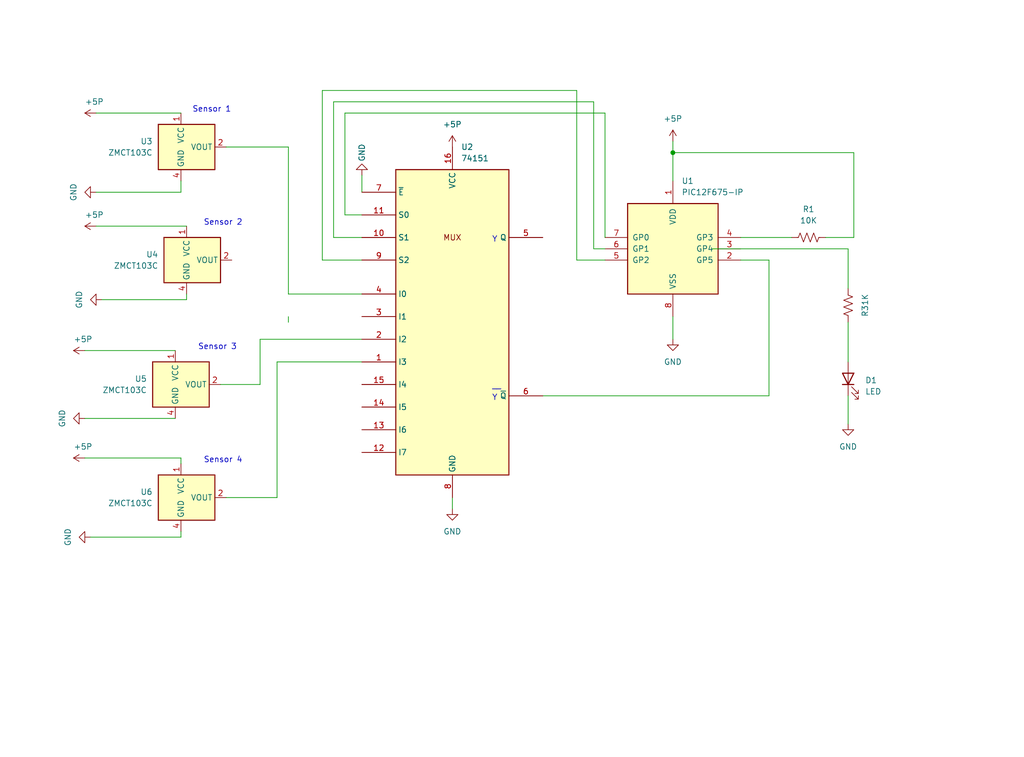
<source format=kicad_sch>
(kicad_sch (version 20230121) (generator eeschema)
  (paper "User" 229.997 170.002)
  (title_block (title "PIC12F675 and 74HC151 monitoring 4 sensors") (company "Ricardo Lima Caratti"))
  (lib_symbols
    (symbol "74xx_IEEE:74151"
      (property "Reference" "U" (at 10.16 35.56 0))
      (property "Value" "74151" (at 17.78 -40.64 0))
      (symbol "74151_0_0"
        (rectangle (start -12.7 33.02) (end 12.7 -35.56) (stroke (width 0.254)) (fill (type background)))
        (text "MUX" (at 0 17.78 0) (effects (font (size 1.27 1.27))))
        (pin power_in line (at 0 38.1 270) (length 5.08) (name "VCC") (number "16"))
        (pin power_in line (at 0 -40.64 90) (length 5.08) (name "GND") (number "8"))
      )
      (symbol "74151_1_1"
        (pin input line (at -20.32 -10.16 0) (length 7.62) (name "I3") (number "1"))
        (pin input line (at -20.32 17.78 0) (length 7.62) (name "S1") (number "10"))
        (pin input line (at -20.32 22.86 0) (length 7.62) (name "S0") (number "11"))
        (pin input line (at -20.32 -30.48 0) (length 7.62) (name "I7") (number "12"))
        (pin input line (at -20.32 -25.4 0) (length 7.62) (name "I6") (number "13"))
        (pin input line (at -20.32 -20.32 0) (length 7.62) (name "I5") (number "14"))
        (pin input line (at -20.32 -15.24 0) (length 7.62) (name "I4") (number "15"))
        (pin input line (at -20.32 -5.08 0) (length 7.62) (name "I2") (number "2"))
        (pin input line (at -20.32 0 0) (length 7.62) (name "I1") (number "3"))
        (pin input line (at -20.32 5.08 0) (length 7.62) (name "I0") (number "4"))
        (pin output line (at 20.32 17.78 180) (length 7.62) (name "Q") (number "5"))
        (pin output line (at 20.32 -17.78 180) (length 7.62) (name "~{Q}") (number "6"))
        (pin input line (at -20.32 27.94 0) (length 7.62) (name "~{E}") (number "7"))
        (pin input line (at -20.32 12.7 0) (length 7.62) (name "S2") (number "9"))
      )
    )
    (symbol "Device:LED" (pin_numbers hide) (pin_names (offset 1.016) hide)
      (property "Reference" "D" (at 0 2.54 0))
      (property "Value" "LED" (at 0 -2.54 0))
      (symbol "LED_0_1"
        (polyline (pts (xy -1.27 -1.27) (xy -1.27 1.27)) (stroke (width 0.254)))
        (polyline (pts (xy -1.27 0) (xy 1.27 0)))
        (polyline (pts (xy 1.27 -1.27) (xy 1.27 1.27) (xy -1.27 0) (xy 1.27 -1.27)) (stroke (width 0.254)))
        (polyline (pts (xy -3.048 -0.762) (xy -4.572 -2.286) (xy -3.81 -2.286) (xy -4.572 -2.286) (xy -4.572 -1.524)))
        (polyline (pts (xy -1.778 -0.762) (xy -3.302 -2.286) (xy -2.54 -2.286) (xy -3.302 -2.286) (xy -3.302 -1.524)))
      )
      (symbol "LED_1_1"
        (pin passive line (at -3.81 0 0) (length 2.54) (name "K") (number "1"))
        (pin passive line (at 3.81 0 180) (length 2.54) (name "A") (number "2"))
      )
    )
    (symbol "Device:R_US" (pin_numbers hide) (pin_names (offset 0))
      (property "Reference" "R" (at 2.54 0 90))
      (property "Value" "R_US" (at -2.54 0 90))
      (symbol "R_US_0_1"
        (polyline (pts (xy 0 -2.286) (xy 0 -2.54)))
        (polyline (pts (xy 0 2.286) (xy 0 2.54)))
        (polyline (pts (xy 0 -0.762) (xy 1.016 -1.143) (xy 0 -1.524) (xy -1.016 -1.905) (xy 0 -2.286)))
        (polyline (pts (xy 0 0.762) (xy 1.016 0.381) (xy 0 0) (xy -1.016 -0.381) (xy 0 -0.762)))
        (polyline (pts (xy 0 2.286) (xy 1.016 1.905) (xy 0 1.524) (xy -1.016 1.143) (xy 0 0.762)))
      )
      (symbol "R_US_1_1"
        (pin passive line (at 0 3.81 270) (length 1.27) (name "~") (number "1"))
        (pin passive line (at 0 -3.81 90) (length 1.27) (name "~") (number "2"))
      )
    )
    (symbol "MCU_Microchip_PIC12:PIC12F675-IP" (pin_names (offset 1.016))
      (property "Reference" "U" (at 1.27 13.97 0))
      (property "Value" "PIC12F675-IP" (at 1.27 11.43 0))
      (symbol "PIC12F675-IP_0_1"
        (rectangle (start 10.16 -10.16) (end -10.16 10.16) (stroke (width 0.254)) (fill (type background)))
      )
      (symbol "PIC12F675-IP_1_1"
        (pin power_in line (at 0 15.24 270) (length 5.08) (name "VDD") (number "1"))
        (pin bidirectional line (at 15.24 -2.54 180) (length 5.08) (name "GP5") (number "2"))
        (pin bidirectional line (at 15.24 0 180) (length 5.08) (name "GP4") (number "3"))
        (pin input line (at 15.24 2.54 180) (length 5.08) (name "GP3") (number "4"))
        (pin bidirectional line (at -15.24 -2.54 0) (length 5.08) (name "GP2") (number "5"))
        (pin bidirectional line (at -15.24 0 0) (length 5.08) (name "GP1") (number "6"))
        (pin bidirectional line (at -15.24 2.54 0) (length 5.08) (name "GP0") (number "7"))
        (pin power_in line (at 0 -15.24 90) (length 5.08) (name "VSS") (number "8"))
      )
    )
    (symbol "Sensor_Current:A1363xKTTN-1"
      (property "Reference" "U" (at 8.89 6.35 0))
      (property "Value" "A1363xKTTN-1" (at 8.89 3.81 0))
      (symbol "A1363xKTTN-1_0_1"
        (rectangle (start -5.08 5.08) (end 7.62 -5.08) (stroke (width 0.254)) (fill (type background)))
      )
      (symbol "A1363xKTTN-1_1_1"
        (pin power_in line (at 0 7.62 270) (length 2.54) (name "VCC") (number "1"))
        (pin output line (at 10.16 0 180) (length 2.54) (name "VOUT") (number "2"))
        (pin no_connect line (at 7.62 -2.54 180) (length 2.54) hide (name "NC") (number "3"))
        (pin power_in line (at 0 -7.62 90) (length 2.54) (name "GND") (number "4"))
      )
    )
    (symbol "power:+5P" (power) (pin_names (offset 0))
      (property "Value" "+5P" (at 0 3.556 0))
      (symbol "+5P_0_1"
        (polyline (pts (xy -0.762 1.27) (xy 0 2.54)))
        (polyline (pts (xy 0 0) (xy 0 2.54)))
        (polyline (pts (xy 0 2.54) (xy 0.762 1.27)))
      )
      (symbol "+5P_1_1"
        (pin power_in line (at 0 0 90) (length 0) hide (name "+5P") (number "1"))
      )
    )
    (symbol "power:GND" (power) (pin_names (offset 0))
      (property "Value" "GND" (at 0 -3.81 0))
      (symbol "GND_0_1"
        (polyline (pts (xy 0 0) (xy 0 -1.27) (xy 1.27 -1.27) (xy 0 -2.54) (xy -1.27 -1.27) (xy 0 -1.27)))
      )
      (symbol "GND_1_1"
        (pin power_in line (at 0 0 270) (length 0) hide (name "GND") (number "1"))
      )
    )
  )
  (junction (at 151.13 34.29))
  (wire (pts (xy 22.86 67.31) (xy 41.91 67.31)))
  (wire (pts (xy 64.77 33.02) (xy 64.77 66.04)))
  (wire (pts (xy 58.42 76.2) (xy 81.28 76.2)))
  (wire (pts (xy 133.35 55.88) (xy 133.35 22.86)))
  (wire (pts (xy 190.5 88.9) (xy 190.5 95.25)))
  (wire (pts (xy 40.64 40.64) (xy 40.64 43.18)))
  (wire (pts (xy 166.37 58.42) (xy 172.72 58.42)))
  (wire (pts (xy 20.32 120.65) (xy 40.64 120.65)))
  (wire (pts (xy 40.64 102.87) (xy 40.64 104.14)))
  (wire (pts (xy 74.93 53.34) (xy 81.28 53.34)))
  (wire (pts (xy 129.54 20.32) (xy 72.39 20.32)))
  (wire (pts (xy 81.28 39.37) (xy 81.28 43.18)))
  (wire (pts (xy 77.47 25.4) (xy 77.47 48.26)))
  (wire (pts (xy 160.02 55.88) (xy 190.5 55.88)))
  (wire (pts (xy 72.39 58.42) (xy 81.28 58.42)))
  (wire (pts (xy 135.89 58.42) (xy 129.54 58.42)))
  (wire (pts (xy 135.89 53.34) (xy 135.89 25.4)))
  (wire (pts (xy 49.53 86.36) (xy 58.42 86.36)))
  (wire (pts (xy 191.77 34.29) (xy 151.13 34.29)))
  (wire (pts (xy 77.47 48.26) (xy 81.28 48.26)))
  (wire (pts (xy 135.89 55.88) (xy 133.35 55.88)))
  (wire (pts (xy 64.77 72.39) (xy 64.77 71.12)))
  (wire (pts (xy 72.39 20.32) (xy 72.39 58.42)))
  (wire (pts (xy 41.91 67.31) (xy 41.91 66.04)))
  (wire (pts (xy 151.13 34.29) (xy 151.13 40.64)))
  (wire (pts (xy 62.23 111.76) (xy 62.23 81.28)))
  (wire (pts (xy 40.64 120.65) (xy 40.64 119.38)))
  (wire (pts (xy 50.8 33.02) (xy 64.77 33.02)))
  (wire (pts (xy 151.13 31.75) (xy 151.13 34.29)))
  (wire (pts (xy 62.23 81.28) (xy 81.28 81.28)))
  (wire (pts (xy 21.59 43.18) (xy 40.64 43.18)))
  (wire (pts (xy 172.72 88.9) (xy 172.72 58.42)))
  (wire (pts (xy 151.13 71.12) (xy 151.13 76.2)))
  (wire (pts (xy 101.6 111.76) (xy 101.6 114.3)))
  (wire (pts (xy 166.37 53.34) (xy 177.8 53.34)))
  (wire (pts (xy 58.42 86.36) (xy 58.42 76.2)))
  (wire (pts (xy 21.59 50.8) (xy 41.91 50.8)))
  (wire (pts (xy 64.77 66.04) (xy 81.28 66.04)))
  (wire (pts (xy 19.05 102.87) (xy 40.64 102.87)))
  (wire (pts (xy 185.42 53.34) (xy 191.77 53.34)))
  (wire (pts (xy 191.77 53.34) (xy 191.77 34.29)))
  (wire (pts (xy 121.92 88.9) (xy 172.72 88.9)))
  (wire (pts (xy 50.8 111.76) (xy 62.23 111.76)))
  (wire (pts (xy 74.93 22.86) (xy 74.93 53.34)))
  (wire (pts (xy 129.54 58.42) (xy 129.54 20.32)))
  (wire (pts (xy 190.5 72.39) (xy 190.5 81.28)))
  (wire (pts (xy 19.05 78.74) (xy 39.37 78.74)))
  (wire (pts (xy 19.05 93.98) (xy 39.37 93.98)))
  (wire (pts (xy 190.5 55.88) (xy 190.5 64.77)))
  (wire (pts (xy 135.89 25.4) (xy 77.47 25.4)))
  (wire (pts (xy 133.35 22.86) (xy 74.93 22.86)))
  (wire (pts (xy 21.59 25.4) (xy 40.64 25.4)))
  (text "Sensor 3" (at 44.45 78.74 0) (effects (font (size 1.27 1.27)) (justify left bottom)))
  (text "Sensor 2" (at 45.72 50.8 0) (effects (font (size 1.27 1.27)) (justify left bottom)))
  (text "__" (at 110.49 87.63 0) (effects (font (size 1.27 1.27)) (justify left bottom)))
  (text "Sensor 1" (at 43.18 25.4 0) (effects (font (size 1.27 1.27)) (justify left bottom)))
  (text "Y" (at 110.49 54.61 0) (effects (font (size 1.27 1.27)) (justify left bottom)))
  (text "Sensor 4" (at 45.72 104.14 0) (effects (font (size 1.27 1.27)) (justify left bottom)))
  (text "Y" (at 110.49 90.17 0) (effects (font (size 1.27 1.27)) (justify left bottom)))
  (symbol (lib_id "power:GND") (at 81.28 39.37 180) (unit 1)
    (property "Reference" "#PWR016" (effects hide))
    (property "Value" "GND" (at 81.28 34.29 90))
  )
  (symbol (lib_id "Sensor_Current:A1363xKTTN-1") (at 40.64 111.76 0) (unit 1)
    (property "Reference" "U6" (at 34.29 110.49 0) (effects (justify right)))
    (property "Value" "ZMCT103C" (at 34.29 113.03 0) (effects (justify right)))
    (property "Footprint" "Sensor_Current:Allegro_SIP-4" (effects hide))
    (property "Datasheet" "http://www.allegromicro.com/~/media/Files/Datasheets/A1363-Datasheet.ashx?la=en" (effects hide))
  )
  (symbol (lib_id "power:GND") (at 101.6 114.3 0) (unit 1)
    (property "Reference" "#PWR02" (effects hide))
    (property "Value" "GND" (at 101.6 119.38 0))
  )
  (symbol (lib_id "power:GND") (at 190.5 95.25 0) (unit 1)
    (property "Reference" "#PWR013" (effects hide))
    (property "Value" "GND" (at 190.5 100.33 0))
  )
  (symbol (lib_id "Device:R_US") (at 181.61 53.34 90) (unit 1)
    (property "Reference" "R1" (at 181.61 46.99 90))
    (property "Value" "10K" (at 181.61 49.53 90))
  )
  (symbol (lib_id "power:GND") (at 20.32 120.65 270) (unit 1)
    (property "Reference" "#PWR08" (effects hide))
    (property "Value" "GND" (at 15.24 120.65 0))
  )
  (symbol (lib_id "power:+5P") (at 21.59 50.8 90) (unit 1)
    (property "Reference" "#PWR011" (effects hide))
    (property "Value" "+5P" (at 19.05 48.26 90) (effects (justify right)))
  )
  (symbol (lib_id "Sensor_Current:A1363xKTTN-1") (at 39.37 86.36 0) (unit 1)
    (property "Reference" "U5" (at 33.02 85.09 0) (effects (justify right)))
    (property "Value" "ZMCT103C" (at 33.02 87.63 0) (effects (justify right)))
    (property "Footprint" "Sensor_Current:Allegro_SIP-4" (effects hide))
    (property "Datasheet" "http://www.allegromicro.com/~/media/Files/Datasheets/A1363-Datasheet.ashx?la=en" (effects hide))
  )
  (symbol (lib_id "power:GND") (at 22.86 67.31 270) (unit 1)
    (property "Reference" "#PWR09" (effects hide))
    (property "Value" "GND" (at 17.78 67.31 0))
  )
  (symbol (lib_id "Sensor_Current:A1363xKTTN-1") (at 41.91 58.42 0) (unit 1)
    (property "Reference" "U4" (at 35.56 57.15 0) (effects (justify right)))
    (property "Value" "ZMCT103C" (at 35.56 59.69 0) (effects (justify right)))
    (property "Footprint" "Sensor_Current:Allegro_SIP-4" (effects hide))
    (property "Datasheet" "http://www.allegromicro.com/~/media/Files/Datasheets/A1363-Datasheet.ashx?la=en" (effects hide))
  )
  (symbol (lib_id "power:+5P") (at 151.13 31.75 0) (unit 1)
    (property "Reference" "#PWR01" (effects hide))
    (property "Value" "+5P" (at 151.13 26.67 0))
  )
  (symbol (lib_id "power:+5P") (at 101.6 33.02 0) (unit 1)
    (property "Reference" "#PWR04" (effects hide))
    (property "Value" "+5P" (at 101.6 27.94 0))
  )
  (symbol (lib_id "74xx_IEEE:74151") (at 101.6 71.12 0) (unit 1)
    (property "Reference" "U2" (at 103.5559 33.02 0) (effects (justify left)))
    (property "Value" "74151" (at 103.5559 35.56 0) (effects (justify left)))
  )
  (symbol (lib_id "MCU_Microchip_PIC12:PIC12F675-IP") (at 151.13 55.88 0) (unit 1)
    (property "Reference" "U1" (at 153.0859 40.64 0) (effects (justify left)))
    (property "Value" "PIC12F675-IP" (at 153.0859 43.18 0) (effects (justify left)))
    (property "Footprint" "Package_DIP:DIP-8_W7.62mm" (effects hide))
    (property "Datasheet" "http://ww1.microchip.com/downloads/en/DeviceDoc/41190G.pdf" (effects hide))
  )
  (symbol (lib_id "power:GND") (at 21.59 43.18 270) (unit 1)
    (property "Reference" "#PWR07" (effects hide))
    (property "Value" "GND" (at 16.51 43.18 0))
  )
  (symbol (lib_id "power:+5P") (at 19.05 78.74 90) (unit 1)
    (property "Reference" "#PWR012" (effects hide))
    (property "Value" "+5P" (at 16.51 76.2 90) (effects (justify right)))
  )
  (symbol (lib_id "power:+5P") (at 21.59 25.4 90) (unit 1)
    (property "Reference" "#PWR06" (effects hide))
    (property "Value" "+5P" (at 19.05 22.86 90) (effects (justify right)))
  )
  (symbol (lib_id "power:+5P") (at 19.05 102.87 90) (unit 1)
    (property "Reference" "#PWR015" (effects hide))
    (property "Value" "+5P" (at 16.51 100.33 90) (effects (justify right)))
  )
  (symbol (lib_id "Device:LED") (at 190.5 85.09 90) (unit 1)
    (property "Reference" "D1" (at 194.31 85.4075 90) (effects (justify right)))
    (property "Value" "LED" (at 194.31 87.9475 90) (effects (justify right)))
  )
  (symbol (lib_id "Device:R_US") (at 190.5 68.58 0) (unit 1)
    (property "Reference" "R3" (at 194.31 69.85 90))
    (property "Value" "1K" (at 194.31 67.31 90))
  )
  (symbol (lib_id "power:GND") (at 151.13 76.2 0) (unit 1)
    (property "Reference" "#PWR03" (effects hide))
    (property "Value" "GND" (at 151.13 81.28 0))
  )
  (symbol (lib_id "Sensor_Current:A1363xKTTN-1") (at 40.64 33.02 0) (unit 1)
    (property "Reference" "U3" (at 34.29 31.75 0) (effects (justify right)))
    (property "Value" "ZMCT103C" (at 34.29 34.29 0) (effects (justify right)))
    (property "Footprint" "Sensor_Current:Allegro_SIP-4" (effects hide))
    (property "Datasheet" "http://www.allegromicro.com/~/media/Files/Datasheets/A1363-Datasheet.ashx?la=en" (effects hide))
  )
  (symbol (lib_id "power:GND") (at 19.05 93.98 270) (unit 1)
    (property "Reference" "#PWR010" (effects hide))
    (property "Value" "GND" (at 13.97 93.98 0))
  )
)
</source>
